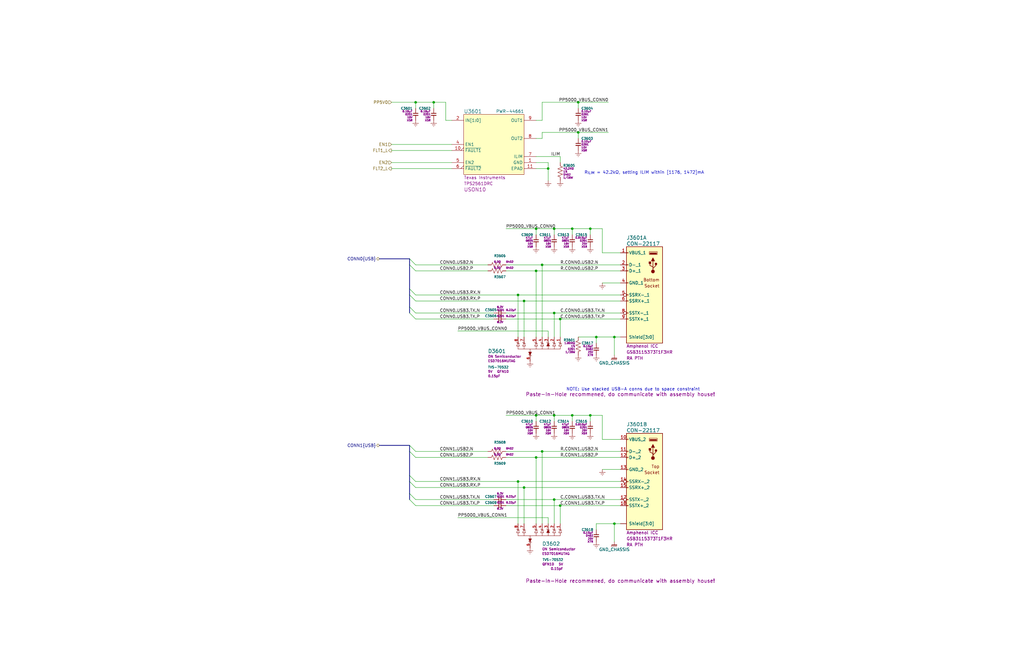
<source format=kicad_sch>
(kicad_sch (version 20231120) (generator "eeschema") (generator_version "8.0")
  (paper "B")
  (title_block (title "${PROJ}") (rev "${REV}") (company "${RPN}") (comment 1 "USB Connectors"))
  (lib_symbols
    (symbol "Capacitors, ceramic, Murata:CCM-510AC" (pin_numbers hide) (pin_names (offset 0) hide)
      (property "Reference" "C" (at 1.27 2.54 0))
      (property "val" "0.010µF" (at 1.27 1.27 0))
      (property "pkg" "0201" (at 1.27 0 0))
      (property "volt" "25V" (at 1.27 -1.27 0))
      (property "type" "X5R" (at 1.27 -2.54 0))
      (symbol "CCM-510AC_1_1"
        (pin passive line (at 0 2.54 270) (length 2.032) (name "~") (number "1"))
        (pin passive line (at 0 -2.54 90) (length 2.032) (name "~") (number "2"))
      )
    )
    (symbol "Capacitors, ceramic, Murata:CCM-610AA" (pin_numbers hide) (pin_names (offset 0) hide)
      (property "Reference" "C" (at 1.27 2.54 0))
      (property "val" "0.10µF" (at 1.27 1.27 0))
      (property "pkg" "0201" (at 1.27 0 0))
      (property "volt" "10V" (at 1.27 -1.27 0))
      (property "type" "X5R" (at 1.27 -2.54 0))
      (symbol "CCM-610AA_1_1"
        (pin passive line (at 0 2.54 270) (length 2.032) (name "~") (number "1"))
        (pin passive line (at 0 -2.54 90) (length 2.032) (name "~") (number "2"))
      )
    )
    (symbol "Capacitors, ceramic, Murata:CCM-610BA" (pin_numbers hide) (pin_names (offset 0) hide)
      (property "Reference" "C" (at 1.27 2.54 0))
      (property "val" "0.10µF" (at 1.27 1.27 0))
      (property "pkg" "0402" (at 1.27 0 0))
      (property "volt" "25V" (at 1.27 -1.27 0))
      (property "type" "X7R" (at 1.27 -2.54 0))
      (symbol "CCM-610BA_1_1"
        (pin passive line (at 0 2.54 270) (length 2.032) (name "~") (number "1"))
        (pin passive line (at 0 -2.54 90) (length 2.032) (name "~") (number "2"))
      )
    )
    (symbol "Capacitors, ceramic, Murata:CCM-622AA" (pin_numbers hide) (pin_names (offset 0) hide)
      (property "Reference" "C" (at 1.27 2.54 0))
      (property "val" "0.22µF" (at 1.27 1.27 0))
      (property "pkg" "0201" (at 1.27 0 0))
      (property "volt" "6.3V" (at 1.27 -1.27 0))
      (property "type" "X5R" (at 1.27 -2.54 0))
      (symbol "CCM-622AA_1_1"
        (pin passive line (at 0 2.54 270) (length 2.032) (name "~") (number "1"))
        (pin passive line (at 0 -2.54 90) (length 2.032) (name "~") (number "2"))
      )
    )
    (symbol "Capacitors, ceramic, Murata:CCM-847DB" (pin_numbers hide) (pin_names (offset 0) hide)
      (property "Reference" "C" (at 1.27 2.54 0))
      (property "val" "47µF" (at 1.27 1.27 0))
      (property "pkg" "0805" (at 1.27 0 0))
      (property "volt" "10V" (at 1.27 -1.27 0))
      (property "type" "X5R" (at 1.27 -2.54 0))
      (symbol "CCM-847DB_1_1"
        (pin passive line (at 0 2.54 270) (length 2.032) (name "~") (number "1"))
        (pin passive line (at 0 -2.54 90) (length 2.032) (name "~") (number "2"))
      )
    )
    (symbol "Connectors:CON-22117" (pin_names (offset 1.016))
      (property "Reference" "J" (at -17.78 24.13 0))
      (property "Value" "CON-22117" (at -17.78 21.59 0))
      (property "pkg" "RA PTH" (at -17.78 -26.67 0))
      (property "mfr" "Amphenol ICC" (at -17.78 -21.59 0))
      (property "mpn" "GSB3115373T1F3HR" (at -17.78 -24.13 0))
      (property "NOTE" "Paste-In-Hole recommened, do communicate with assembly house!" (at 0 -41.91 0))
      (symbol "CON-22117_1_0"
        (pin output inverted (at 0 0 180) (length 2.54) (name "SSRX-_1") (number "5"))
        (pin output line (at 0 -2.54 180) (length 2.54) (name "SSRX+_1") (number "6"))
        (pin passive line (at 0 5.08 180) (length 2.54) hide (name "GND_1") (number "7"))
        (pin input inverted (at 0 -7.62 180) (length 2.54) (name "SSTX-_1") (number "8"))
        (pin input line (at 0 -10.16 180) (length 2.54) (name "SSTX+_1") (number "9"))
      )
      (symbol "CON-22117_1_1"
        (text "Bottom" (at -16.51 6.35 0) (effects (font (size 1.27 1.27)) (justify left)))
        (text "Socket" (at -16.51 3.81 0) (effects (font (size 1.27 1.27)) (justify left)))
        (pin power_in line (at 0 17.78 180) (length 2.54) (name "VBUS_1") (number "1"))
        (pin power_in line (at 0 -17.78 180) (length 2.54) (name "Shield[3:0]") (number "19"))
        (pin bidirectional line (at 0 12.7 180) (length 2.54) (name "D-_1") (number "2"))
        (pin passive line (at 0 -17.78 180) (length 2.54) hide (name "Shield[3:0]") (number "20"))
        (pin bidirectional line (at 0 10.16 180) (length 2.54) (name "D+_1") (number "3"))
        (pin power_in line (at 0 5.08 180) (length 2.54) (name "GND_1") (number "4"))
      )
      (symbol "CON-22117_2_0"
        (pin output inverted (at 0 0 180) (length 2.54) (name "SSRX-_2") (number "14"))
        (pin output line (at 0 -2.54 180) (length 2.54) (name "SSRX+_2") (number "15"))
        (pin passive line (at 0 5.08 180) (length 2.54) hide (name "GND_2") (number "16"))
        (pin input inverted (at 0 -7.62 180) (length 2.54) (name "SSTX-_2") (number "17"))
        (pin input line (at 0 -10.16 180) (length 2.54) (name "SSTX+_2") (number "18"))
      )
      (symbol "CON-22117_2_1"
        (text "Socket" (at -16.51 3.81 0) (effects (font (size 1.27 1.27)) (justify left)))
        (text "Top" (at -16.51 6.35 0) (effects (font (size 1.27 1.27)) (justify left)))
        (pin power_in line (at 0 17.78 180) (length 2.54) (name "VBUS_2") (number "10"))
        (pin bidirectional line (at 0 12.7 180) (length 2.54) (name "D-_2") (number "11"))
        (pin bidirectional line (at 0 10.16 180) (length 2.54) (name "D+_2") (number "12"))
        (pin power_in line (at 0 5.08 180) (length 2.54) (name "GND_2") (number "13"))
        (pin power_in line (at 0 -17.78 180) (length 2.54) (name "Shield[3:0]") (number "21"))
        (pin passive line (at 0 -17.78 180) (length 2.54) hide (name "Shield[3:0]") (number "22"))
      )
    )
    (symbol "PMICs:PWR-44661"
      (property "Reference" "U" (at -12.7 13.97 0))
      (property "Value" "PWR-44661" (at 12.7 13.97 0))
      (property "mfr" "Texas Instruments" (at -12.7 -13.97 0))
      (property "mpn" "TPS2561DRC" (at -12.7 -16.51 0))
      (property "pkg" "USON10" (at -12.7 -19.05 0))
      (symbol "PWR-44661_1_1"
        (pin power_in line (at 17.78 -7.62 180) (length 5.08) (name "GND") (number "1"))
        (pin open_collector output_low (at -17.78 -2.54 0) (length 5.08) (name "~{FAULT1}") (number "10"))
        (pin power_in line (at 17.78 -10.16 180) (length 5.08) (name "EPAD") (number "11"))
        (pin power_in line (at -17.78 10.16 0) (length 5.08) (name "IN[1:0]") (number "2"))
        (pin passive line (at -17.78 10.16 0) (length 5.08) hide (name "IN[1:0]") (number "3"))
        (pin input line (at -17.78 0 0) (length 5.08) (name "EN1") (number "4"))
        (pin input line (at -17.78 -7.62 0) (length 5.08) (name "EN2") (number "5"))
        (pin open_collector output_low (at -17.78 -10.16 0) (length 5.08) (name "~{FAULT2}") (number "6"))
        (pin output line (at 17.78 -5.08 180) (length 5.08) (name "ILIM") (number "7"))
        (pin power_out line (at 17.78 2.54 180) (length 5.08) (name "OUT2") (number "8"))
        (pin power_out line (at 17.78 10.16 180) (length 5.08) (name "OUT1") (number "9"))
      )
    )
    (symbol "Power:GND" (power) (pin_names (offset 0)) (in_bom no) (on_board no)
      (symbol "GND_1_1"
        (pin power_in line (at 0 0 270) (length 0) hide (name "GND") (number "1"))
      )
    )
    (symbol "Power:GND_CHASSIS" (power) (pin_names (offset 0)) (in_bom no) (on_board no)
      (property "Value" "GND_CHASSIS" (at 0 -3.302 0))
      (symbol "GND_CHASSIS_1_1"
        (pin power_in line (at 0 0 270) (length 0) hide (name "GND_CHASSIS") (number "1"))
      )
    )
    (symbol "Resistors:RES-0000B" (pin_numbers hide) (pin_names (offset 0) hide)
      (property "Reference" "R" (at 1.27 2.54 0))
      (property "val" "0.0Ω" (at 1.27 1.27 0))
      (property "tol" "<20mΩ" (at 1.27 0 0))
      (property "pkg" "0402" (at 1.27 -1.27 0))
      (property "pwr" "1.5A" (at 1.27 -2.54 0))
      (symbol "RES-0000B_1_1"
        (pin passive line (at 0 3.81 270) (length 1.27) (name "~") (number "1"))
        (pin passive line (at 0 -3.81 90) (length 1.27) (name "~") (number "2"))
      )
    )
    (symbol "Resistors:RES-5422B" (pin_numbers hide) (pin_names (offset 0) hide)
      (property "Reference" "R" (at 1.27 2.54 0))
      (property "val" "42.2KΩ" (at 1.27 1.27 0))
      (property "tol" "1%" (at 1.27 0 0))
      (property "pkg" "0402" (at 1.27 -1.27 0))
      (property "pwr" "1/16W" (at 1.27 -2.54 0))
      (symbol "RES-5422B_1_1"
        (pin passive line (at 0 3.81 270) (length 1.27) (name "~") (number "1"))
        (pin passive line (at 0 -3.81 90) (length 1.27) (name "~") (number "2"))
      )
    )
    (symbol "Resistors:RES-7100A" (pin_numbers hide) (pin_names (offset 0) hide)
      (property "Reference" "R" (at 1.27 2.54 0))
      (property "val" "1.00MΩ" (at 1.27 1.27 0))
      (property "tol" "1%" (at 1.27 0 0))
      (property "pkg" "0201" (at 1.27 -1.27 0))
      (property "pwr" "1/20W" (at 1.27 -2.54 0))
      (symbol "RES-7100A_1_1"
        (pin passive line (at 0 3.81 270) (length 1.27) (name "~") (number "1"))
        (pin passive line (at 0 -3.81 90) (length 1.27) (name "~") (number "2"))
      )
    )
    (symbol "TVS and ESD:TVS-70532" (pin_names (offset 1.016) hide)
      (property "Reference" "D" (at 1.905 0 0))
      (property "Value" "TVS-70532" (at 7.62 -6.35 0))
      (property "mfr" "ON Semiconductor" (at 7.62 -1.905 0))
      (property "mpn" "ESD7016MUTAG" (at 7.62 -3.81 0))
      (property "pkg" "QFN10" (at 11.43 -7.62 0))
      (property "Cd" "0.15pF" (at 7.62 -9.525 0))
      (property "Vrwm" "5V" (at 7.62 -7.62 0))
      (symbol "TVS-70532_0_0"
        (pin passive line (at -8.89 5.08 270) (length 2.54) (name "1") (number "1"))
        (pin passive line (at -6.35 5.08 270) (length 2.54) (name "2") (number "2"))
        (pin passive line (at -1.27 5.08 270) (length 2.54) (name "4") (number "4"))
        (pin passive line (at 1.27 5.08 270) (length 2.54) (name "5") (number "5"))
        (pin power_in line (at 3.81 -5.08 90) (length 2.54) (name "6") (number "6"))
        (pin passive line (at 6.35 5.08 270) (length 2.54) (name "7") (number "7"))
        (pin passive line (at 8.89 5.08 270) (length 2.54) (name "8") (number "8"))
      )
      (symbol "TVS-70532_0_1"
        (pin power_in line (at -3.81 5.08 270) (length 2.54) (name "3") (number "3"))
      )
      (symbol "TVS-70532_0_2"
        (pin power_in line (at -3.81 -5.08 90) (length 2.54) (name "3") (number "3"))
      )
      (symbol "TVS-70532_1_0"
        (pin no_connect line (at -1.26 0.02 270) (length 2.54) hide (name "10") (number "10"))
        (pin no_connect line (at -1.26 0.01 270) (length 2.54) hide (name "9") (number "9"))
      )
    )
  )
  (junction (at 236.22 134.62))
  (junction (at 243.84 55.88))
  (junction (at 236.22 213.36))
  (junction (at 233.68 175.26))
  (junction (at 226.06 175.26))
  (junction (at 243.84 43.18))
  (junction (at 233.68 96.52))
  (junction (at 233.68 210.82))
  (junction (at 226.06 114.3))
  (junction (at 226.06 193.04))
  (junction (at 259.08 142.24))
  (junction (at 220.98 127))
  (junction (at 220.98 205.74))
  (junction (at 251.46 142.24))
  (junction (at 248.92 175.26))
  (junction (at 231.14 71.12))
  (junction (at 218.44 203.2))
  (junction (at 182.88 43.18))
  (junction (at 226.06 96.52))
  (junction (at 175.26 43.18))
  (junction (at 228.6 111.76))
  (junction (at 241.3 96.52))
  (junction (at 248.92 96.52))
  (junction (at 233.68 132.08))
  (junction (at 228.6 190.5))
  (junction (at 259.08 220.98))
  (junction (at 218.44 124.46))
  (junction (at 241.3 175.26))
  (bus_entry (at 175.26 111.76) (size -2.54 -2.54))
  (bus_entry (at 175.26 193.04) (size -2.54 -2.54))
  (bus_entry (at 175.26 210.82) (size -2.54 -2.54))
  (bus_entry (at 175.26 127) (size -2.54 -2.54))
  (bus_entry (at 175.26 124.46) (size -2.54 -2.54))
  (bus_entry (at 175.26 205.74) (size -2.54 -2.54))
  (bus_entry (at 175.26 190.5) (size -2.54 -2.54))
  (bus_entry (at 175.26 213.36) (size -2.54 -2.54))
  (bus_entry (at 175.26 203.2) (size -2.54 -2.54))
  (bus_entry (at 175.26 132.08) (size -2.54 -2.54))
  (bus_entry (at 175.26 114.3) (size -2.54 -2.54))
  (bus_entry (at 175.26 134.62) (size -2.54 -2.54))
  (wire (pts (xy 228.6 111.76) (xy 261.62 111.76)))
  (wire (pts (xy 175.26 134.62) (xy 208.28 134.62)))
  (wire (pts (xy 220.98 127) (xy 261.62 127)))
  (wire (pts (xy 226.06 114.3) (xy 261.62 114.3)))
  (wire (pts (xy 226.06 96.52) (xy 226.06 99.06)))
  (wire (pts (xy 175.26 124.46) (xy 218.44 124.46)))
  (wire (pts (xy 248.92 96.52) (xy 248.92 99.06)))
  (wire (pts (xy 254 96.52) (xy 254 106.68)))
  (wire (pts (xy 175.26 190.5) (xy 205.74 190.5)))
  (wire (pts (xy 236.22 134.62) (xy 261.62 134.62)))
  (wire (pts (xy 228.6 190.5) (xy 228.6 220.98)))
  (wire (pts (xy 261.62 198.12) (xy 254 198.12)))
  (wire (pts (xy 259.08 142.24) (xy 259.08 149.86)))
  (bus (pts (xy 172.72 109.22) (xy 160.02 109.22)))
  (wire (pts (xy 218.44 124.46) (xy 218.44 142.24)))
  (wire (pts (xy 175.26 205.74) (xy 220.98 205.74)))
  (wire (pts (xy 190.5 50.8) (xy 187.96 50.8)))
  (wire (pts (xy 226.06 114.3) (xy 226.06 142.24)))
  (bus (pts (xy 172.72 121.92) (xy 172.72 124.46)))
  (wire (pts (xy 241.3 175.26) (xy 241.3 177.8)))
  (wire (pts (xy 233.68 175.26) (xy 226.06 175.26)))
  (wire (pts (xy 213.36 190.5) (xy 228.6 190.5)))
  (wire (pts (xy 193.04 139.7) (xy 231.14 139.7)))
  (wire (pts (xy 254 96.52) (xy 248.92 96.52)))
  (wire (pts (xy 236.22 134.62) (xy 236.22 142.24)))
  (wire (pts (xy 175.26 210.82) (xy 208.28 210.82)))
  (wire (pts (xy 243.84 55.88) (xy 243.84 58.42)))
  (wire (pts (xy 165.1 63.5) (xy 190.5 63.5)))
  (wire (pts (xy 182.88 43.18) (xy 175.26 43.18)))
  (wire (pts (xy 182.88 43.18) (xy 182.88 45.72)))
  (wire (pts (xy 259.08 220.98) (xy 261.62 220.98)))
  (wire (pts (xy 233.68 132.08) (xy 261.62 132.08)))
  (wire (pts (xy 241.3 96.52) (xy 241.3 99.06)))
  (wire (pts (xy 213.36 193.04) (xy 226.06 193.04)))
  (wire (pts (xy 231.14 71.12) (xy 231.14 76.2)))
  (wire (pts (xy 233.68 96.52) (xy 226.06 96.52)))
  (wire (pts (xy 251.46 142.24) (xy 259.08 142.24)))
  (wire (pts (xy 175.26 111.76) (xy 205.74 111.76)))
  (wire (pts (xy 233.68 210.82) (xy 233.68 220.98)))
  (wire (pts (xy 213.36 134.62) (xy 236.22 134.62)))
  (wire (pts (xy 220.98 205.74) (xy 220.98 220.98)))
  (wire (pts (xy 248.92 175.26) (xy 248.92 177.8)))
  (bus (pts (xy 172.72 129.54) (xy 172.72 132.08)))
  (wire (pts (xy 243.84 55.88) (xy 228.6 55.88)))
  (bus (pts (xy 172.72 187.96) (xy 172.72 190.5)))
  (bus (pts (xy 172.72 200.66) (xy 172.72 203.2)))
  (wire (pts (xy 243.84 43.18) (xy 243.84 45.72)))
  (wire (pts (xy 175.26 114.3) (xy 205.74 114.3)))
  (wire (pts (xy 220.98 127) (xy 220.98 142.24)))
  (wire (pts (xy 165.1 71.12) (xy 190.5 71.12)))
  (wire (pts (xy 254 175.26) (xy 248.92 175.26)))
  (wire (pts (xy 193.04 218.44) (xy 231.14 218.44)))
  (wire (pts (xy 226.06 175.26) (xy 213.36 175.26)))
  (wire (pts (xy 213.36 132.08) (xy 233.68 132.08)))
  (wire (pts (xy 233.68 175.26) (xy 233.68 177.8)))
  (wire (pts (xy 165.1 60.96) (xy 190.5 60.96)))
  (wire (pts (xy 218.44 203.2) (xy 218.44 220.98)))
  (wire (pts (xy 259.08 220.98) (xy 259.08 228.6)))
  (wire (pts (xy 175.26 43.18) (xy 175.26 45.72)))
  (wire (pts (xy 261.62 185.42) (xy 254 185.42)))
  (wire (pts (xy 231.14 68.58) (xy 226.06 68.58)))
  (bus (pts (xy 172.72 208.28) (xy 172.72 210.82)))
  (wire (pts (xy 251.46 220.98) (xy 259.08 220.98)))
  (wire (pts (xy 213.36 213.36) (xy 236.22 213.36)))
  (wire (pts (xy 175.26 193.04) (xy 205.74 193.04)))
  (wire (pts (xy 187.96 43.18) (xy 182.88 43.18)))
  (wire (pts (xy 220.98 205.74) (xy 261.62 205.74)))
  (wire (pts (xy 175.26 203.2) (xy 218.44 203.2)))
  (wire (pts (xy 243.84 43.18) (xy 228.6 43.18)))
  (wire (pts (xy 187.96 43.18) (xy 187.96 50.8)))
  (wire (pts (xy 261.62 106.68) (xy 254 106.68)))
  (wire (pts (xy 228.6 50.8) (xy 226.06 50.8)))
  (wire (pts (xy 251.46 142.24) (xy 251.46 144.78)))
  (wire (pts (xy 236.22 66.04) (xy 226.06 66.04)))
  (wire (pts (xy 228.6 111.76) (xy 228.6 142.24)))
  (bus (pts (xy 172.72 187.96) (xy 160.02 187.96)))
  (wire (pts (xy 261.62 119.38) (xy 254 119.38)))
  (wire (pts (xy 213.36 111.76) (xy 228.6 111.76)))
  (bus (pts (xy 172.72 190.5) (xy 172.72 200.66)))
  (wire (pts (xy 226.06 193.04) (xy 261.62 193.04)))
  (bus (pts (xy 172.72 109.22) (xy 172.72 111.76)))
  (wire (pts (xy 175.26 132.08) (xy 208.28 132.08)))
  (wire (pts (xy 165.1 68.58) (xy 190.5 68.58)))
  (wire (pts (xy 241.3 96.52) (xy 233.68 96.52)))
  (wire (pts (xy 175.26 43.18) (xy 165.1 43.18)))
  (wire (pts (xy 231.14 68.58) (xy 231.14 71.12)))
  (wire (pts (xy 236.22 66.04) (xy 236.22 68.58)))
  (wire (pts (xy 213.36 210.82) (xy 233.68 210.82)))
  (wire (pts (xy 254 175.26) (xy 254 185.42)))
  (wire (pts (xy 233.68 96.52) (xy 233.68 99.06)))
  (wire (pts (xy 226.06 175.26) (xy 226.06 177.8)))
  (wire (pts (xy 236.22 213.36) (xy 261.62 213.36)))
  (bus (pts (xy 172.72 203.2) (xy 172.72 208.28)))
  (wire (pts (xy 175.26 127) (xy 220.98 127)))
  (wire (pts (xy 236.22 213.36) (xy 236.22 220.98)))
  (wire (pts (xy 231.14 71.12) (xy 226.06 71.12)))
  (wire (pts (xy 256.54 43.18) (xy 243.84 43.18)))
  (wire (pts (xy 228.6 43.18) (xy 228.6 50.8)))
  (wire (pts (xy 228.6 58.42) (xy 226.06 58.42)))
  (wire (pts (xy 231.14 218.44) (xy 231.14 220.98)))
  (wire (pts (xy 233.68 210.82) (xy 261.62 210.82)))
  (wire (pts (xy 241.3 175.26) (xy 233.68 175.26)))
  (wire (pts (xy 175.26 213.36) (xy 208.28 213.36)))
  (wire (pts (xy 233.68 132.08) (xy 233.68 142.24)))
  (wire (pts (xy 228.6 55.88) (xy 228.6 58.42)))
  (wire (pts (xy 231.14 139.7) (xy 231.14 142.24)))
  (bus (pts (xy 172.72 111.76) (xy 172.72 121.92)))
  (wire (pts (xy 228.6 190.5) (xy 261.62 190.5)))
  (wire (pts (xy 226.06 193.04) (xy 226.06 220.98)))
  (wire (pts (xy 243.84 142.24) (xy 251.46 142.24)))
  (bus (pts (xy 172.72 124.46) (xy 172.72 129.54)))
  (wire (pts (xy 213.36 114.3) (xy 226.06 114.3)))
  (wire (pts (xy 218.44 203.2) (xy 261.62 203.2)))
  (wire (pts (xy 218.44 124.46) (xy 261.62 124.46)))
  (wire (pts (xy 259.08 142.24) (xy 261.62 142.24)))
  (wire (pts (xy 248.92 96.52) (xy 241.3 96.52)))
  (wire (pts (xy 226.06 96.52) (xy 213.36 96.52)))
  (wire (pts (xy 251.46 220.98) (xy 251.46 223.52)))
  (wire (pts (xy 256.54 55.88) (xy 243.84 55.88)))
  (wire (pts (xy 248.92 175.26) (xy 241.3 175.26)))
  (text "NOTE: Use stacked USB-A conns due to space constraint" (at 238.76 165.1 0) (effects (font (size 1.27 1.27)) (justify left bottom)))
  (text "R_{ILIM} = 42.2kΩ, setting ILIM within [1176, 1472]mA" (at 246.38 73.66 0) (effects (font (size 1.27 1.27)) (justify left bottom)))
  (label "PP5000_VBUS_CONN0" (at 193.04 139.7 0))
  (label "C.CONN1.USB3.TX.N" (at 236.22 210.82 0))
  (label "CONN0.USB2.P" (at 185.42 114.3 0))
  (label "PP5000_VBUS_CONN1" (at 193.04 218.44 0))
  (label "PP5000_VBUS_CONN0" (at 213.36 96.52 0))
  (label "CONN1.USB3.RX.N" (at 185.42 203.2 0))
  (label "R.CONN1.USB2.N" (at 236.22 190.5 0))
  (label "ILIM" (at 236.22 66.04 180))
  (label "CONN1.USB3.TX.P" (at 185.42 213.36 0))
  (label "R.CONN0.USB2.P" (at 236.22 114.3 0))
  (label "CONN0.USB2.N" (at 185.42 111.76 0))
  (label "C.CONN0.USB3.TX.N" (at 236.22 132.08 0))
  (label "CONN1.USB2.P" (at 185.42 193.04 0))
  (label "CONN0.USB3.TX.N" (at 185.42 132.08 0))
  (label "CONN1.USB3.TX.N" (at 185.42 210.82 0))
  (label "CONN0.USB3.RX.N" (at 185.42 124.46 0))
  (label "C.CONN0.USB3.TX.P" (at 236.22 134.62 0))
  (label "PP5000_VBUS_CONN0" (at 256.54 43.18 180))
  (label "PP5000_VBUS_CONN1" (at 213.36 175.26 0))
  (label "C.CONN1.USB3.TX.P" (at 236.22 213.36 0))
  (label "R.CONN0.USB2.N" (at 236.22 111.76 0))
  (label "CONN0.USB3.RX.P" (at 185.42 127 0))
  (label "CONN1.USB2.N" (at 185.42 190.5 0))
  (label "PP5000_VBUS_CONN1" (at 256.54 55.88 180))
  (label "CONN1.USB3.RX.P" (at 185.42 205.74 0))
  (label "R.CONN1.USB2.P" (at 236.22 193.04 0))
  (label "CONN0.USB3.TX.P" (at 185.42 134.62 0))
  (hierarchical_label "CONN0{USB}" (shape bidirectional) (at 160.02 109.22 180))
  (hierarchical_label "EN1" (shape input) (at 165.1 60.96 180))
  (hierarchical_label "CONN1{USB}" (shape bidirectional) (at 160.02 187.96 180))
  (hierarchical_label "FLT1_L" (shape output) (at 165.1 63.5 180))
  (hierarchical_label "FLT2_L" (shape output) (at 165.1 71.12 180))
  (hierarchical_label "PP5V0" (shape input) (at 165.1 43.18 180))
  (hierarchical_label "EN2" (shape input) (at 165.1 68.58 180))
  (symbol (lib_id "Power:GND_CHASSIS") (at 259.08 228.6 0) (unit 1) (in_bom no) (on_board no)
    (property "Reference" "#PWR03624" (effects (hide yes)))
    (property "Value" "GND_CHASSIS" (at 259.08 231.902 0))
    (property "Description" "Power symbol creates a global label with name \"GND_CHASSIS\" , chassis ground" (effects (hide yes)))
  )
  (symbol (lib_id "Power:GND") (at 254 198.12 0) (mirror y) (unit 1) (in_bom no) (on_board no)
    (property "Reference" "#PWR03618" (effects (hide yes)))
    (property "Value" "GND" (effects (hide yes)))
    (property "Description" "Power symbol creates a global label with name \"GND\"" (effects (hide yes)))
  )
  (symbol (lib_id "Capacitors, ceramic, Murata:CCM-622AA") (at 210.82 134.62 90) (unit 1)
    (property "Reference" "C3606" (at 204.47 133.35 90) (effects (font (size 1 1)) (justify right)))
    (property "Value" "CCM-622AA" (effects (hide yes)))
    (property "Description" "CAP, ceramic, 0.22µF, 0201, 6.3V, ±20%, X5R, 0.33 mm" (effects (hide yes)))
    (property "val" "0.22µF" (at 213.36 133.35 90) (effects (font (size 0.8 0.8)) (justify right)))
    (property "pkg" "0201" (at 209.55 133.35 90) (effects (font (size 0.8 0.8)) (justify right)))
    (property "mfr" "Murata" (effects (hide yes)))
    (property "Sim.Pins" "1=+ 2=-" (effects (hide yes)))
    (property "volt" "6.3V" (at 209.55 135.89 90) (effects (font (size 0.8 0.8)) (justify right)))
    (property "Sim.Device" "C" (effects (hide yes)))
    (property "type" "X5R" (effects (hide yes)))
    (property "Sim.Params" "c=${val}" (effects (hide yes)))
    (property "tol" "±20%" (effects (hide yes)))
    (property "height" "0.33mm" (effects (hide yes)))
    (property "mpn" "GRM033R60J224ME15" (effects (hide yes)))
  )
  (symbol (lib_id "Capacitors, ceramic, Murata:CCM-847DB") (at 233.68 101.6 0) (mirror y) (unit 1)
    (property "Reference" "C3611" (at 232.41 99.06 0) (effects (font (size 1 1)) (justify left)))
    (property "Value" "CCM-847DB" (effects (hide yes)))
    (property "Description" "CAP, ceramic, 47µF, 0805, 10V, ±20%, X5R, 1.45 mm" (effects (hide yes)))
    (property "val" "47µF" (at 232.41 100.33 0) (effects (font (size 0.8 0.8)) (justify left)))
    (property "pkg" "0805" (at 232.41 101.6 0) (effects (font (size 0.8 0.8)) (justify left)))
    (property "mfr" "Murata" (effects (hide yes)))
    (property "volt" "10V" (at 232.41 102.87 0) (effects (font (size 0.8 0.8)) (justify left)))
    (property "Sim.Pins" "1=+ 2=-" (effects (hide yes)))
    (property "Sim.Device" "C" (effects (hide yes)))
    (property "type" "X5R" (at 232.41 104.14 0) (effects (font (size 0.8 0.8)) (justify left)))
    (property "Sim.Params" "c=${val}" (effects (hide yes)))
    (property "tol" "±20%" (effects (hide yes)))
    (property "height" "1.45mm" (effects (hide yes)))
    (property "mpn" "GRM21BR61A476ME15" (effects (hide yes)))
  )
  (symbol (lib_id "Connectors:CON-22117") (at 261.62 203.2 0) (mirror y) (unit 2)
    (property "Reference" "J3601" (at 264.16 179.07 0) (effects (font (size 1.524 1.524)) (justify right)))
    (property "Value" "CON-22117" (at 264.16 181.61 0) (effects (font (size 1.524 1.524)) (justify right)))
    (property "Datasheet" "https://cdn.amphenol-cs.com/media/wysiwyg/files/drawing/gsb3115xxxt1f3hr.pdf" (effects (hide yes)))
    (property "Description" "CON, Stacked USB Type-A receptacles, 2-port, USB3.0, RA PTH" (effects (hide yes)))
    (property "height" "11.62mm" (effects (hide yes)))
    (property "pkg" "RA PTH" (at 264.16 229.87 0) (effects (justify right)))
    (property "mfr" "Amphenol ICC" (at 264.16 224.79 0) (effects (justify right)))
    (property "mpn" "GSB3115373T1F3HR" (at 264.16 227.33 0) (effects (justify right)))
    (property "Datasheet2" "https://www.amphenol-cs.com/usb-3-2-conn-gen1-type-a-b-micro-gsb3115373t1f3hr.html" (effects (hide yes)))
    (property "min_pin_length" "2.80mm" (effects (hide yes)))
    (property "NOTE" "Paste-In-Hole recommened, do communicate with assembly house!" (at 261.62 245.11 0) (effects (font (size 1.524 1.524))))
  )
  (symbol (lib_id "Capacitors, ceramic, Murata:CCM-847DB") (at 226.06 101.6 0) (mirror y) (unit 1)
    (property "Reference" "C3609" (at 224.79 99.06 0) (effects (font (size 1 1)) (justify left)))
    (property "Value" "CCM-847DB" (effects (hide yes)))
    (property "Description" "CAP, ceramic, 47µF, 0805, 10V, ±20%, X5R, 1.45 mm" (effects (hide yes)))
    (property "val" "47µF" (at 224.79 100.33 0) (effects (font (size 0.8 0.8)) (justify left)))
    (property "pkg" "0805" (at 224.79 101.6 0) (effects (font (size 0.8 0.8)) (justify left)))
    (property "mfr" "Murata" (effects (hide yes)))
    (property "volt" "10V" (at 224.79 102.87 0) (effects (font (size 0.8 0.8)) (justify left)))
    (property "Sim.Pins" "1=+ 2=-" (effects (hide yes)))
    (property "Sim.Device" "C" (effects (hide yes)))
    (property "type" "X5R" (at 224.79 104.14 0) (effects (font (size 0.8 0.8)) (justify left)))
    (property "Sim.Params" "c=${val}" (effects (hide yes)))
    (property "tol" "±20%" (effects (hide yes)))
    (property "height" "1.45mm" (effects (hide yes)))
    (property "mpn" "GRM21BR61A476ME15" (effects (hide yes)))
  )
  (symbol (lib_id "Resistors:RES-5422B") (at 236.22 72.39 0) (unit 1)
    (property "Reference" "R3605" (at 237.49 69.85 0) (effects (font (size 1 1)) (justify left)))
    (property "Value" "RES-5422B" (effects (hide yes)))
    (property "Description" "RES, 42.2KΩ, 1%, 0402, 1/16W, <100V, 0.40mm" (effects (hide yes)))
    (property "val" "42.2KΩ" (at 237.49 71.12 0) (effects (font (size 0.8 0.8)) (justify left)))
    (property "tol" "1%" (at 237.49 72.39 0) (effects (font (size 0.8 0.8)) (justify left)))
    (property "pkg" "0402" (at 237.49 73.66 0) (effects (font (size 0.8 0.8)) (justify left)))
    (property "pwr" "1/16W" (at 237.49 74.93 0) (effects (font (size 0.8 0.8)) (justify left)))
    (property "height" "0.40mm" (effects (hide yes)))
    (property "Sim.Device" "R" (effects (hide yes)))
    (property "Sim.Pins" "1=+ 2=-" (effects (hide yes)))
    (property "Sim.Params" "r=\"${val}\"" (effects (hide yes)))
  )
  (symbol (lib_id "Capacitors, ceramic, Murata:CCM-610AA") (at 182.88 48.26 0) (mirror y) (unit 1)
    (property "Reference" "C3602" (at 181.61 45.72 0) (effects (font (size 1 1)) (justify left)))
    (property "Value" "CCM-610AA" (effects (hide yes)))
    (property "Description" "CAP, ceramic, 0.10µF, 0201, 10V, ±20%, X5R, 0.33 mm" (effects (hide yes)))
    (property "val" "0.10µF" (at 181.61 46.99 0) (effects (font (size 0.8 0.8)) (justify left)))
    (property "pkg" "0201" (at 181.61 48.26 0) (effects (font (size 0.8 0.8)) (justify left)))
    (property "mfr" "Murata" (effects (hide yes)))
    (property "Sim.Pins" "1=+ 2=-" (effects (hide yes)))
    (property "volt" "10V" (at 181.61 49.53 0) (effects (font (size 0.8 0.8)) (justify left)))
    (property "Sim.Device" "C" (effects (hide yes)))
    (property "type" "X5R" (at 181.61 50.8 0) (effects (font (size 0.8 0.8)) (justify left)))
    (property "Sim.Params" "c=${val}" (effects (hide yes)))
    (property "tol" "±20%" (effects (hide yes)))
    (property "height" "0.33mm" (effects (hide yes)))
    (property "mpn" "GRM033R61A104ME15" (effects (hide yes)))
  )
  (symbol (lib_id "Resistors:RES-0000B") (at 209.55 111.76 90) (unit 1)
    (property "Reference" "R3606" (at 208.28 107.95 90) (effects (font (size 1 1)) (justify right)))
    (property "Value" "RES-0000B" (effects (hide yes)))
    (property "Description" "RES, 0.0Ω, <20mΩ, 0402, 1.5A, <2A, 0.40mm" (effects (hide yes)))
    (property "val" "0.0Ω" (at 208.28 110.49 90) (effects (font (size 0.8 0.8)) (justify right)))
    (property "tol" "<20mΩ" (effects (hide yes)))
    (property "Sim.Device" "R" (effects (hide yes)))
    (property "pkg" "0402" (at 213.36 110.49 90) (effects (font (size 0.8 0.8)) (justify right)))
    (property "Sim.Pins" "1=+ 2=-" (effects (hide yes)))
    (property "pwr" "1.5A" (effects (hide yes)))
    (property "Sim.Params" "r=\"${val}\"" (effects (hide yes)))
    (property "height" "0.40mm" (effects (hide yes)))
  )
  (symbol (lib_id "TVS and ESD:TVS-70532") (at 227.33 147.32 0) (mirror y) (unit 1)
    (property "Reference" "D3601" (at 205.74 147.32 0) (effects (font (size 1.524 1.524)) (justify right top)))
    (property "Value" "TVS-70532" (at 205.74 154.94 0) (effects (font (size 1 1)) (justify right)))
    (property "Datasheet" "https://www.onsemi.com/pdf/datasheet/esd7016-d.pdf" (effects (hide yes)))
    (property "Description" "TVS, unidir, 7 signal, 0.15pF, 5.5V, QFN10" (effects (hide yes)))
    (property "Sim.Library" "${RIVOS_SPICE_DIR}/ESD7016MUTAG.mod" (effects (hide yes)))
    (property "Sim.Pins" "1=1 2=2 3=3 4=4 5=5 6=6 7=7 8=8 9=nc1 10=nc2" (effects (hide yes)))
    (property "Sim.Name" "esd7016mutag" (effects (hide yes)))
    (property "height" "0.55mm" (effects (hide yes)))
    (property "mfr" "ON Semiconductor" (at 205.74 149.86 0) (effects (font (size 1 1)) (justify right top)))
    (property "mpn" "ESD7016MUTAG" (at 205.74 151.765 0) (effects (font (size 1 1)) (justify right top)))
    (property "pkg" "QFN10" (at 209.55 156.21 0) (effects (font (size 1 1)) (justify right top)))
    (property "func_esd" "[124578];;*" (effects (hide yes)))
    (property "Cd" "0.15pF" (at 205.74 158.115 0) (effects (font (size 1 1)) (justify right top)))
    (property "Vrwm" "5V" (at 205.74 156.21 0) (effects (font (size 1 1)) (justify right top)))
    (property "Vcl" "10V" (effects (hide yes)))
  )
  (symbol (lib_id "Resistors:RES-0000B") (at 209.55 190.5 90) (unit 1)
    (property "Reference" "R3608" (at 208.28 186.69 90) (effects (font (size 1 1)) (justify right)))
    (property "Value" "RES-0000B" (effects (hide yes)))
    (property "Description" "RES, 0.0Ω, <20mΩ, 0402, 1.5A, <2A, 0.40mm" (effects (hide yes)))
    (property "val" "0.0Ω" (at 208.28 189.23 90) (effects (font (size 0.8 0.8)) (justify right)))
    (property "tol" "<20mΩ" (effects (hide yes)))
    (property "Sim.Device" "R" (effects (hide yes)))
    (property "pkg" "0402" (at 213.36 189.23 90) (effects (font (size 0.8 0.8)) (justify right)))
    (property "Sim.Pins" "1=+ 2=-" (effects (hide yes)))
    (property "pwr" "1.5A" (effects (hide yes)))
    (property "Sim.Params" "r=\"${val}\"" (effects (hide yes)))
    (property "height" "0.40mm" (effects (hide yes)))
  )
  (symbol (lib_id "Capacitors, ceramic, Murata:CCM-847DB") (at 233.68 180.34 0) (mirror y) (unit 1)
    (property "Reference" "C3612" (at 232.41 177.8 0) (effects (font (size 1 1)) (justify left)))
    (property "Value" "CCM-847DB" (effects (hide yes)))
    (property "Description" "CAP, ceramic, 47µF, 0805, 10V, ±20%, X5R, 1.45 mm" (effects (hide yes)))
    (property "val" "47µF" (at 232.41 179.07 0) (effects (font (size 0.8 0.8)) (justify left)))
    (property "pkg" "0805" (at 232.41 180.34 0) (effects (font (size 0.8 0.8)) (justify left)))
    (property "mfr" "Murata" (effects (hide yes)))
    (property "volt" "10V" (at 232.41 181.61 0) (effects (font (size 0.8 0.8)) (justify left)))
    (property "Sim.Pins" "1=+ 2=-" (effects (hide yes)))
    (property "Sim.Device" "C" (effects (hide yes)))
    (property "type" "X5R" (at 232.41 182.88 0) (effects (font (size 0.8 0.8)) (justify left)))
    (property "Sim.Params" "c=${val}" (effects (hide yes)))
    (property "tol" "±20%" (effects (hide yes)))
    (property "height" "1.45mm" (effects (hide yes)))
    (property "mpn" "GRM21BR61A476ME15" (effects (hide yes)))
  )
  (symbol (lib_id "Capacitors, ceramic, Murata:CCM-610BA") (at 251.46 226.06 0) (mirror y) (unit 1)
    (property "Reference" "C3618" (at 250.19 223.52 0) (effects (font (size 1 1)) (justify left)))
    (property "Value" "CCM-610BA" (effects (hide yes)))
    (property "Description" "CAP, ceramic, 0.10µF, 0402, 25V, ±10%, X7R, 0.55 mm" (effects (hide yes)))
    (property "val" "0.10µF" (at 250.19 224.79 0) (effects (font (size 0.8 0.8)) (justify left)))
    (property "pkg" "0402" (at 250.19 226.06 0) (effects (font (size 0.8 0.8)) (justify left)))
    (property "mfr" "Murata" (effects (hide yes)))
    (property "Sim.Pins" "1=+ 2=-" (effects (hide yes)))
    (property "volt" "25V" (at 250.19 227.33 0) (effects (font (size 0.8 0.8)) (justify left)))
    (property "Sim.Device" "C" (effects (hide yes)))
    (property "type" "X7R" (at 250.19 228.6 0) (effects (font (size 0.8 0.8)) (justify left)))
    (property "Sim.Params" "c=${val}" (effects (hide yes)))
    (property "tol" "±10%" (effects (hide yes)))
    (property "height" "0.55mm" (effects (hide yes)))
    (property "mpn" "GRM155R71E104KE14" (effects (hide yes)))
  )
  (symbol (lib_id "Power:GND") (at 248.92 104.14 0) (mirror y) (unit 1) (in_bom no) (on_board no)
    (property "Reference" "#PWR03615" (effects (hide yes)))
    (property "Value" "GND" (effects (hide yes)))
    (property "Description" "Power symbol creates a global label with name \"GND\"" (effects (hide yes)))
  )
  (symbol (lib_id "Power:GND") (at 233.68 182.88 0) (mirror y) (unit 1) (in_bom no) (on_board no)
    (property "Reference" "#PWR03612" (effects (hide yes)))
    (property "Value" "GND" (effects (hide yes)))
    (property "Description" "Power symbol creates a global label with name \"GND\"" (effects (hide yes)))
  )
  (symbol (lib_id "Power:GND") (at 251.46 228.6 0) (unit 1) (in_bom no) (on_board no)
    (property "Reference" "#PWR03622" (effects (hide yes)))
    (property "Value" "GND" (effects (hide yes)))
    (property "Description" "Power symbol creates a global label with name \"GND\"" (effects (hide yes)))
  )
  (symbol (lib_id "Power:GND") (at 233.68 104.14 0) (mirror y) (unit 1) (in_bom no) (on_board no)
    (property "Reference" "#PWR03611" (effects (hide yes)))
    (property "Value" "GND" (effects (hide yes)))
    (property "Description" "Power symbol creates a global label with name \"GND\"" (effects (hide yes)))
  )
  (symbol (lib_id "Power:GND") (at 248.92 182.88 0) (mirror y) (unit 1) (in_bom no) (on_board no)
    (property "Reference" "#PWR03616" (effects (hide yes)))
    (property "Value" "GND" (effects (hide yes)))
    (property "Description" "Power symbol creates a global label with name \"GND\"" (effects (hide yes)))
  )
  (symbol (lib_id "Power:GND") (at 223.52 152.4 0) (unit 1) (in_bom no) (on_board no)
    (property "Reference" "#PWR03607" (effects (hide yes)))
    (property "Value" "GND" (effects (hide yes)))
    (property "Description" "Power symbol creates a global label with name \"GND\"" (effects (hide yes)))
  )
  (symbol (lib_id "Capacitors, ceramic, Murata:CCM-622AA") (at 210.82 132.08 90) (unit 1)
    (property "Reference" "C3605" (at 204.47 130.81 90) (effects (font (size 1 1)) (justify right)))
    (property "Value" "CCM-622AA" (effects (hide yes)))
    (property "Description" "CAP, ceramic, 0.22µF, 0201, 6.3V, ±20%, X5R, 0.33 mm" (effects (hide yes)))
    (property "val" "0.22µF" (at 213.36 130.81 90) (effects (font (size 0.8 0.8)) (justify right)))
    (property "pkg" "0201" (at 209.55 130.81 90) (effects (font (size 0.8 0.8)) (justify right)))
    (property "mfr" "Murata" (effects (hide yes)))
    (property "Sim.Pins" "1=+ 2=-" (effects (hide yes)))
    (property "volt" "6.3V" (at 209.55 129.54 90) (effects (font (size 0.8 0.8)) (justify right)))
    (property "Sim.Device" "C" (effects (hide yes)))
    (property "type" "X5R" (effects (hide yes)))
    (property "Sim.Params" "c=${val}" (effects (hide yes)))
    (property "tol" "±20%" (effects (hide yes)))
    (property "height" "0.33mm" (effects (hide yes)))
    (property "mpn" "GRM033R60J224ME15" (effects (hide yes)))
  )
  (symbol (lib_id "Capacitors, ceramic, Murata:CCM-622AA") (at 210.82 213.36 90) (unit 1)
    (property "Reference" "C3608" (at 204.47 212.09 90) (effects (font (size 1 1)) (justify right)))
    (property "Value" "CCM-622AA" (effects (hide yes)))
    (property "Description" "CAP, ceramic, 0.22µF, 0201, 6.3V, ±20%, X5R, 0.33 mm" (effects (hide yes)))
    (property "val" "0.22µF" (at 213.36 212.09 90) (effects (font (size 0.8 0.8)) (justify right)))
    (property "pkg" "0201" (at 209.55 212.09 90) (effects (font (size 0.8 0.8)) (justify right)))
    (property "mfr" "Murata" (effects (hide yes)))
    (property "Sim.Pins" "1=+ 2=-" (effects (hide yes)))
    (property "volt" "6.3V" (at 209.55 214.63 90) (effects (font (size 0.8 0.8)) (justify right)))
    (property "Sim.Device" "C" (effects (hide yes)))
    (property "type" "X5R" (effects (hide yes)))
    (property "Sim.Params" "c=${val}" (effects (hide yes)))
    (property "tol" "±20%" (effects (hide yes)))
    (property "height" "0.33mm" (effects (hide yes)))
    (property "mpn" "GRM033R60J224ME15" (effects (hide yes)))
  )
  (symbol (lib_id "Power:GND") (at 241.3 182.88 0) (mirror y) (unit 1) (in_bom no) (on_board no)
    (property "Reference" "#PWR03614" (effects (hide yes)))
    (property "Value" "GND" (effects (hide yes)))
    (property "Description" "Power symbol creates a global label with name \"GND\"" (effects (hide yes)))
  )
  (symbol (lib_id "PMICs:PWR-44661") (at 208.28 60.96 0) (unit 1)
    (property "Reference" "U3601" (at 195.58 46.99 0) (effects (font (size 1.524 1.524)) (justify left)))
    (property "Value" "PWR-44661" (at 220.98 46.99 0) (effects (justify right)))
    (property "Datasheet" "https://www.ti.com/lit/ds/symlink/tps2560.pdf" (effects (hide yes)))
    (property "Description" "IC, Dual Channel Power Switches, 2.5-6.5Vin, adj. 0.25-2.8A ILIM, high-active ENx, USON10" (effects (hide yes)))
    (property "mfr" "Texas Instruments" (at 195.58 74.93 0) (effects (justify left)))
    (property "mpn" "TPS2561DRC" (at 195.58 77.47 0) (effects (justify left)))
    (property "pkg" "USON10" (at 195.58 80.01 0) (effects (font (size 1.524 1.524)) (justify left)))
    (property "height" "1.0mm" (effects (hide yes)))
  )
  (symbol (lib_id "Capacitors, ceramic, Murata:CCM-510AC") (at 248.92 180.34 0) (mirror y) (unit 1)
    (property "Reference" "C3616" (at 247.65 177.8 0) (effects (font (size 1 1)) (justify left)))
    (property "Value" "CCM-510AC" (effects (hide yes)))
    (property "Description" "CAP, ceramic, 0.010µF, 0201, 25V, ±20%, X5R, 0.33 mm" (effects (hide yes)))
    (property "val" "0.010µF" (at 247.65 179.07 0) (effects (font (size 0.8 0.8)) (justify left)))
    (property "pkg" "0201" (at 247.65 180.34 0) (effects (font (size 0.8 0.8)) (justify left)))
    (property "mfr" "Murata" (effects (hide yes)))
    (property "volt" "25V" (at 247.65 181.61 0) (effects (font (size 0.8 0.8)) (justify left)))
    (property "Sim.Pins" "1=+ 2=-" (effects (hide yes)))
    (property "Sim.Device" "C" (effects (hide yes)))
    (property "type" "X5R" (at 247.65 182.88 0) (effects (font (size 0.8 0.8)) (justify left)))
    (property "Sim.Params" "c=${val}" (effects (hide yes)))
    (property "tol" "±20%" (effects (hide yes)))
    (property "height" "0.33mm" (effects (hide yes)))
    (property "mpn" "GRM033R61E103MA12" (effects (hide yes)))
  )
  (symbol (lib_id "Capacitors, ceramic, Murata:CCM-610AA") (at 243.84 60.96 0) (unit 1)
    (property "Reference" "C3603" (at 245.11 58.42 0) (effects (font (size 1 1)) (justify left)))
    (property "Value" "CCM-610AA" (effects (hide yes)))
    (property "Description" "CAP, ceramic, 0.10µF, 0201, 10V, ±20%, X5R, 0.33 mm" (effects (hide yes)))
    (property "val" "0.10µF" (at 245.11 59.69 0) (effects (font (size 0.8 0.8)) (justify left)))
    (property "pkg" "0201" (at 245.11 60.96 0) (effects (font (size 0.8 0.8)) (justify left)))
    (property "mfr" "Murata" (effects (hide yes)))
    (property "Sim.Pins" "1=+ 2=-" (effects (hide yes)))
    (property "volt" "10V" (at 245.11 62.23 0) (effects (font (size 0.8 0.8)) (justify left)))
    (property "Sim.Device" "C" (effects (hide yes)))
    (property "type" "X5R" (at 245.11 63.5 0) (effects (font (size 0.8 0.8)) (justify left)))
    (property "Sim.Params" "c=${val}" (effects (hide yes)))
    (property "tol" "±20%" (effects (hide yes)))
    (property "height" "0.33mm" (effects (hide yes)))
    (property "mpn" "GRM033R61A104ME15" (effects (hide yes)))
  )
  (symbol (lib_id "Power:GND") (at 223.52 231.14 0) (mirror y) (unit 1) (in_bom no) (on_board no)
    (property "Reference" "#PWR03608" (effects (hide yes)))
    (property "Value" "GND" (effects (hide yes)))
    (property "Description" "Power symbol creates a global label with name \"GND\"" (effects (hide yes)))
  )
  (symbol (lib_id "Power:GND") (at 236.22 76.2 0) (mirror y) (unit 1) (in_bom no) (on_board no)
    (property "Reference" "#PWR03604" (effects (hide yes)))
    (property "Value" "GND" (effects (hide yes)))
    (property "Description" "Power symbol creates a global label with name \"GND\"" (effects (hide yes)))
  )
  (symbol (lib_id "Power:GND") (at 243.84 50.8 0) (mirror y) (unit 1) (in_bom no) (on_board no)
    (property "Reference" "#PWR03606" (effects (hide yes)))
    (property "Value" "GND" (effects (hide yes)))
    (property "Description" "Power symbol creates a global label with name \"GND\"" (effects (hide yes)))
  )
  (symbol (lib_id "Capacitors, ceramic, Murata:CCM-510AC") (at 248.92 101.6 0) (mirror y) (unit 1)
    (property "Reference" "C3615" (at 247.65 99.06 0) (effects (font (size 1 1)) (justify left)))
    (property "Value" "CCM-510AC" (effects (hide yes)))
    (property "Description" "CAP, ceramic, 0.010µF, 0201, 25V, ±20%, X5R, 0.33 mm" (effects (hide yes)))
    (property "val" "0.010µF" (at 247.65 100.33 0) (effects (font (size 0.8 0.8)) (justify left)))
    (property "pkg" "0201" (at 247.65 101.6 0) (effects (font (size 0.8 0.8)) (justify left)))
    (property "mfr" "Murata" (effects (hide yes)))
    (property "volt" "25V" (at 247.65 102.87 0) (effects (font (size 0.8 0.8)) (justify left)))
    (property "Sim.Pins" "1=+ 2=-" (effects (hide yes)))
    (property "Sim.Device" "C" (effects (hide yes)))
    (property "type" "X5R" (at 247.65 104.14 0) (effects (font (size 0.8 0.8)) (justify left)))
    (property "Sim.Params" "c=${val}" (effects (hide yes)))
    (property "tol" "±20%" (effects (hide yes)))
    (property "height" "0.33mm" (effects (hide yes)))
    (property "mpn" "GRM033R61E103MA12" (effects (hide yes)))
  )
  (symbol (lib_id "Capacitors, ceramic, Murata:CCM-847DB") (at 226.06 180.34 0) (mirror y) (unit 1)
    (property "Reference" "C3610" (at 224.79 177.8 0) (effects (font (size 1 1)) (justify left)))
    (property "Value" "CCM-847DB" (effects (hide yes)))
    (property "Description" "CAP, ceramic, 47µF, 0805, 10V, ±20%, X5R, 1.45 mm" (effects (hide yes)))
    (property "val" "47µF" (at 224.79 179.07 0) (effects (font (size 0.8 0.8)) (justify left)))
    (property "pkg" "0805" (at 224.79 180.34 0) (effects (font (size 0.8 0.8)) (justify left)))
    (property "mfr" "Murata" (effects (hide yes)))
    (property "volt" "10V" (at 224.79 181.61 0) (effects (font (size 0.8 0.8)) (justify left)))
    (property "Sim.Pins" "1=+ 2=-" (effects (hide yes)))
    (property "Sim.Device" "C" (effects (hide yes)))
    (property "type" "X5R" (at 224.79 182.88 0) (effects (font (size 0.8 0.8)) (justify left)))
    (property "Sim.Params" "c=${val}" (effects (hide yes)))
    (property "tol" "±20%" (effects (hide yes)))
    (property "height" "1.45mm" (effects (hide yes)))
    (property "mpn" "GRM21BR61A476ME15" (effects (hide yes)))
  )
  (symbol (lib_id "Capacitors, ceramic, Murata:CCM-622AA") (at 210.82 210.82 90) (unit 1)
    (property "Reference" "C3607" (at 204.47 209.55 90) (effects (font (size 1 1)) (justify right)))
    (property "Value" "CCM-622AA" (effects (hide yes)))
    (property "Description" "CAP, ceramic, 0.22µF, 0201, 6.3V, ±20%, X5R, 0.33 mm" (effects (hide yes)))
    (property "val" "0.22µF" (at 213.36 209.55 90) (effects (font (size 0.8 0.8)) (justify right)))
    (property "pkg" "0201" (at 209.55 209.55 90) (effects (font (size 0.8 0.8)) (justify right)))
    (property "mfr" "Murata" (effects (hide yes)))
    (property "Sim.Pins" "1=+ 2=-" (effects (hide yes)))
    (property "volt" "6.3V" (at 209.55 208.28 90) (effects (font (size 0.8 0.8)) (justify right)))
    (property "Sim.Device" "C" (effects (hide yes)))
    (property "type" "X5R" (effects (hide yes)))
    (property "Sim.Params" "c=${val}" (effects (hide yes)))
    (property "tol" "±20%" (effects (hide yes)))
    (property "height" "0.33mm" (effects (hide yes)))
    (property "mpn" "GRM033R60J224ME15" (effects (hide yes)))
  )
  (symbol (lib_id "Power:GND") (at 226.06 182.88 0) (mirror y) (unit 1) (in_bom no) (on_board no)
    (property "Reference" "#PWR03610" (effects (hide yes)))
    (property "Value" "GND" (effects (hide yes)))
    (property "Description" "Power symbol creates a global label with name \"GND\"" (effects (hide yes)))
  )
  (symbol (lib_id "Capacitors, ceramic, Murata:CCM-610AA") (at 175.26 48.26 0) (mirror y) (unit 1)
    (property "Reference" "C3601" (at 173.99 45.72 0) (effects (font (size 1 1)) (justify left)))
    (property "Value" "CCM-610AA" (effects (hide yes)))
    (property "Description" "CAP, ceramic, 0.10µF, 0201, 10V, ±20%, X5R, 0.33 mm" (effects (hide yes)))
    (property "val" "0.10µF" (at 173.99 46.99 0) (effects (font (size 0.8 0.8)) (justify left)))
    (property "pkg" "0201" (at 173.99 48.26 0) (effects (font (size 0.8 0.8)) (justify left)))
    (property "mfr" "Murata" (effects (hide yes)))
    (property "Sim.Pins" "1=+ 2=-" (effects (hide yes)))
    (property "volt" "10V" (at 173.99 49.53 0) (effects (font (size 0.8 0.8)) (justify left)))
    (property "Sim.Device" "C" (effects (hide yes)))
    (property "type" "X5R" (at 173.99 50.8 0) (effects (font (size 0.8 0.8)) (justify left)))
    (property "Sim.Params" "c=${val}" (effects (hide yes)))
    (property "tol" "±20%" (effects (hide yes)))
    (property "height" "0.33mm" (effects (hide yes)))
    (property "mpn" "GRM033R61A104ME15" (effects (hide yes)))
  )
  (symbol (lib_id "Connectors:CON-22117") (at 261.62 124.46 0) (mirror y) (unit 1)
    (property "Reference" "J3601" (at 264.16 100.33 0) (effects (font (size 1.524 1.524)) (justify right)))
    (property "Value" "CON-22117" (at 264.16 102.87 0) (effects (font (size 1.524 1.524)) (justify right)))
    (property "Datasheet" "https://cdn.amphenol-cs.com/media/wysiwyg/files/drawing/gsb3115xxxt1f3hr.pdf" (effects (hide yes)))
    (property "Description" "CON, Stacked USB Type-A receptacles, 2-port, USB3.0, RA PTH" (effects (hide yes)))
    (property "height" "11.62mm" (effects (hide yes)))
    (property "pkg" "RA PTH" (at 264.16 151.13 0) (effects (justify right)))
    (property "mfr" "Amphenol ICC" (at 264.16 146.05 0) (effects (justify right)))
    (property "mpn" "GSB3115373T1F3HR" (at 264.16 148.59 0) (effects (justify right)))
    (property "Datasheet2" "https://www.amphenol-cs.com/usb-3-2-conn-gen1-type-a-b-micro-gsb3115373t1f3hr.html" (effects (hide yes)))
    (property "min_pin_length" "2.80mm" (effects (hide yes)))
    (property "NOTE" "Paste-In-Hole recommened, do communicate with assembly house!" (at 261.62 166.37 0) (effects (font (size 1.524 1.524))))
  )
  (symbol (lib_id "Power:GND_CHASSIS") (at 259.08 149.86 0) (unit 1) (in_bom no) (on_board no)
    (property "Reference" "#PWR03623" (effects (hide yes)))
    (property "Value" "GND_CHASSIS" (at 259.08 153.162 0))
    (property "Description" "Power symbol creates a global label with name \"GND_CHASSIS\" , chassis ground" (effects (hide yes)))
  )
  (symbol (lib_id "Capacitors, ceramic, Murata:CCM-847DB") (at 241.3 180.34 0) (mirror y) (unit 1)
    (property "Reference" "C3614" (at 240.03 177.8 0) (effects (font (size 1 1)) (justify left)))
    (property "Value" "CCM-847DB" (effects (hide yes)))
    (property "Description" "CAP, ceramic, 47µF, 0805, 10V, ±20%, X5R, 1.45 mm" (effects (hide yes)))
    (property "val" "47µF" (at 240.03 179.07 0) (effects (font (size 0.8 0.8)) (justify left)))
    (property "pkg" "0805" (at 240.03 180.34 0) (effects (font (size 0.8 0.8)) (justify left)))
    (property "mfr" "Murata" (effects (hide yes)))
    (property "volt" "10V" (at 240.03 181.61 0) (effects (font (size 0.8 0.8)) (justify left)))
    (property "Sim.Pins" "1=+ 2=-" (effects (hide yes)))
    (property "Sim.Device" "C" (effects (hide yes)))
    (property "type" "X5R" (at 240.03 182.88 0) (effects (font (size 0.8 0.8)) (justify left)))
    (property "Sim.Params" "c=${val}" (effects (hide yes)))
    (property "tol" "±20%" (effects (hide yes)))
    (property "height" "1.45mm" (effects (hide yes)))
    (property "mpn" "GRM21BR61A476ME15" (effects (hide yes)))
  )
  (symbol (lib_id "Resistors:RES-7100A") (at 243.84 146.05 0) (mirror y) (unit 1)
    (property "Reference" "R3601" (at 242.57 143.51 0) (effects (font (size 1 1)) (justify left)))
    (property "Value" "RES-7100A" (effects (hide yes)))
    (property "Description" "RES, 1.00MΩ, 1%, 0201, 1/20W, <50V, 0.26mm" (effects (hide yes)))
    (property "val" "1.00MΩ" (at 242.57 144.78 0) (effects (font (size 0.8 0.8)) (justify left)))
    (property "tol" "1%" (at 242.57 146.05 0) (effects (font (size 0.8 0.8)) (justify left)))
    (property "Sim.Device" "R" (effects (hide yes)))
    (property "pkg" "0201" (at 242.57 147.32 0) (effects (font (size 0.8 0.8)) (justify left)))
    (property "Sim.Pins" "1=+ 2=-" (effects (hide yes)))
    (property "pwr" "1/20W" (at 242.57 148.59 0) (effects (font (size 0.8 0.8)) (justify left)))
    (property "Sim.Params" "r=\"${val}\"" (effects (hide yes)))
    (property "height" "0.26mm" (effects (hide yes)))
  )
  (symbol (lib_id "TVS and ESD:TVS-70532") (at 227.33 226.06 0) (mirror y) (unit 1)
    (property "Reference" "D3602" (at 228.6 228.6 0) (effects (font (size 1.524 1.524)) (justify right top)))
    (property "Value" "TVS-70532" (at 237.49 236.22 0) (effects (font (size 1 1)) (justify left)))
    (property "Datasheet" "https://www.onsemi.com/pdf/datasheet/esd7016-d.pdf" (effects (hide yes)))
    (property "Description" "TVS, unidir, 7 signal, 0.15pF, 5.5V, QFN10" (effects (hide yes)))
    (property "Sim.Library" "${RIVOS_SPICE_DIR}/ESD7016MUTAG.mod" (effects (hide yes)))
    (property "Sim.Pins" "1=1 2=2 3=3 4=4 5=5 6=6 7=7 8=8 9=nc1 10=nc2" (effects (hide yes)))
    (property "Sim.Name" "esd7016mutag" (effects (hide yes)))
    (property "height" "0.55mm" (effects (hide yes)))
    (property "mfr" "ON Semiconductor" (at 228.6 231.14 0) (effects (font (size 1 1)) (justify right top)))
    (property "mpn" "ESD7016MUTAG" (at 228.6 233.045 0) (effects (font (size 1 1)) (justify right top)))
    (property "pkg" "QFN10" (at 233.68 237.49 0) (effects (font (size 1 1)) (justify left top)))
    (property "func_esd" "[124578];;*" (effects (hide yes)))
    (property "Cd" "0.15pF" (at 237.49 239.395 0) (effects (font (size 1 1)) (justify left top)))
    (property "Vrwm" "5V" (at 237.49 237.49 0) (effects (font (size 1 1)) (justify left top)))
    (property "Vcl" "10V" (effects (hide yes)))
  )
  (symbol (lib_id "Power:GND") (at 226.06 104.14 0) (mirror y) (unit 1) (in_bom no) (on_board no)
    (property "Reference" "#PWR03609" (effects (hide yes)))
    (property "Value" "GND" (effects (hide yes)))
    (property "Description" "Power symbol creates a global label with name \"GND\"" (effects (hide yes)))
  )
  (symbol (lib_id "Power:GND") (at 251.46 149.86 0) (unit 1) (in_bom no) (on_board no)
    (property "Reference" "#PWR03619" (effects (hide yes)))
    (property "Value" "GND" (effects (hide yes)))
    (property "Description" "Power symbol creates a global label with name \"GND\"" (effects (hide yes)))
  )
  (symbol (lib_id "Capacitors, ceramic, Murata:CCM-847DB") (at 241.3 101.6 0) (mirror y) (unit 1)
    (property "Reference" "C3613" (at 240.03 99.06 0) (effects (font (size 1 1)) (justify left)))
    (property "Value" "CCM-847DB" (effects (hide yes)))
    (property "Description" "CAP, ceramic, 47µF, 0805, 10V, ±20%, X5R, 1.45 mm" (effects (hide yes)))
    (property "val" "47µF" (at 240.03 100.33 0) (effects (font (size 0.8 0.8)) (justify left)))
    (property "pkg" "0805" (at 240.03 101.6 0) (effects (font (size 0.8 0.8)) (justify left)))
    (property "mfr" "Murata" (effects (hide yes)))
    (property "volt" "10V" (at 240.03 102.87 0) (effects (font (size 0.8 0.8)) (justify left)))
    (property "Sim.Pins" "1=+ 2=-" (effects (hide yes)))
    (property "Sim.Device" "C" (effects (hide yes)))
    (property "type" "X5R" (at 240.03 104.14 0) (effects (font (size 0.8 0.8)) (justify left)))
    (property "Sim.Params" "c=${val}" (effects (hide yes)))
    (property "tol" "±20%" (effects (hide yes)))
    (property "height" "1.45mm" (effects (hide yes)))
    (property "mpn" "GRM21BR61A476ME15" (effects (hide yes)))
  )
  (symbol (lib_id "Power:GND") (at 254 119.38 0) (mirror y) (unit 1) (in_bom no) (on_board no)
    (property "Reference" "#PWR03617" (effects (hide yes)))
    (property "Value" "GND" (effects (hide yes)))
    (property "Description" "Power symbol creates a global label with name \"GND\"" (effects (hide yes)))
  )
  (symbol (lib_id "Power:GND") (at 182.88 50.8 0) (unit 1) (in_bom no) (on_board no)
    (property "Reference" "#PWR03602" (effects (hide yes)))
    (property "Value" "GND" (effects (hide yes)))
    (property "Description" "Power symbol creates a global label with name \"GND\"" (effects (hide yes)))
  )
  (symbol (lib_id "Capacitors, ceramic, Murata:CCM-610AA") (at 243.84 48.26 0) (unit 1)
    (property "Reference" "C3604" (at 245.11 45.72 0) (effects (font (size 1 1)) (justify left)))
    (property "Value" "CCM-610AA" (effects (hide yes)))
    (property "Description" "CAP, ceramic, 0.10µF, 0201, 10V, ±20%, X5R, 0.33 mm" (effects (hide yes)))
    (property "val" "0.10µF" (at 245.11 46.99 0) (effects (font (size 0.8 0.8)) (justify left)))
    (property "pkg" "0201" (at 245.11 48.26 0) (effects (font (size 0.8 0.8)) (justify left)))
    (property "mfr" "Murata" (effects (hide yes)))
    (property "Sim.Pins" "1=+ 2=-" (effects (hide yes)))
    (property "volt" "10V" (at 245.11 49.53 0) (effects (font (size 0.8 0.8)) (justify left)))
    (property "Sim.Device" "C" (effects (hide yes)))
    (property "type" "X5R" (at 245.11 50.8 0) (effects (font (size 0.8 0.8)) (justify left)))
    (property "Sim.Params" "c=${val}" (effects (hide yes)))
    (property "tol" "±20%" (effects (hide yes)))
    (property "height" "0.33mm" (effects (hide yes)))
    (property "mpn" "GRM033R61A104ME15" (effects (hide yes)))
  )
  (symbol (lib_id "Resistors:RES-0000B") (at 209.55 193.04 90) (unit 1)
    (property "Reference" "R3609" (at 208.28 195.58 90) (effects (font (size 1 1)) (justify right)))
    (property "Value" "RES-0000B" (effects (hide yes)))
    (property "Description" "RES, 0.0Ω, <20mΩ, 0402, 1.5A, <2A, 0.40mm" (effects (hide yes)))
    (property "val" "0.0Ω" (at 208.28 191.77 90) (effects (font (size 0.8 0.8)) (justify right)))
    (property "tol" "<20mΩ" (effects (hide yes)))
    (property "Sim.Device" "R" (effects (hide yes)))
    (property "pkg" "0402" (at 213.36 191.77 90) (effects (font (size 0.8 0.8)) (justify right)))
    (property "Sim.Pins" "1=+ 2=-" (effects (hide yes)))
    (property "pwr" "1.5A" (effects (hide yes)))
    (property "Sim.Params" "r=\"${val}\"" (effects (hide yes)))
    (property "height" "0.40mm" (effects (hide yes)))
  )
  (symbol (lib_id "Resistors:RES-0000B") (at 209.55 114.3 90) (unit 1)
    (property "Reference" "R3607" (at 208.28 116.84 90) (effects (font (size 1 1)) (justify right)))
    (property "Value" "RES-0000B" (effects (hide yes)))
    (property "Description" "RES, 0.0Ω, <20mΩ, 0402, 1.5A, <2A, 0.40mm" (effects (hide yes)))
    (property "val" "0.0Ω" (at 208.28 113.03 90) (effects (font (size 0.8 0.8)) (justify right)))
    (property "tol" "<20mΩ" (effects (hide yes)))
    (property "Sim.Device" "R" (effects (hide yes)))
    (property "pkg" "0402" (at 213.36 113.03 90) (effects (font (size 0.8 0.8)) (justify right)))
    (property "Sim.Pins" "1=+ 2=-" (effects (hide yes)))
    (property "pwr" "1.5A" (effects (hide yes)))
    (property "Sim.Params" "r=\"${val}\"" (effects (hide yes)))
    (property "height" "0.40mm" (effects (hide yes)))
  )
  (symbol (lib_id "Power:GND") (at 241.3 104.14 0) (mirror y) (unit 1) (in_bom no) (on_board no)
    (property "Reference" "#PWR03613" (effects (hide yes)))
    (property "Value" "GND" (effects (hide yes)))
    (property "Description" "Power symbol creates a global label with name \"GND\"" (effects (hide yes)))
  )
  (symbol (lib_id "Power:GND") (at 243.84 63.5 0) (mirror y) (unit 1) (in_bom no) (on_board no)
    (property "Reference" "#PWR03605" (effects (hide yes)))
    (property "Value" "GND" (effects (hide yes)))
    (property "Description" "Power symbol creates a global label with name \"GND\"" (effects (hide yes)))
  )
  (symbol (lib_id "Power:GND") (at 231.14 76.2 0) (mirror y) (unit 1) (in_bom no) (on_board no)
    (property "Reference" "#PWR03603" (effects (hide yes)))
    (property "Value" "GND" (effects (hide yes)))
    (property "Description" "Power symbol creates a global label with name \"GND\"" (effects (hide yes)))
  )
  (symbol (lib_id "Power:GND") (at 243.84 149.86 0) (unit 1) (in_bom no) (on_board no)
    (property "Reference" "#PWR03620" (effects (hide yes)))
    (property "Value" "GND" (effects (hide yes)))
    (property "Description" "Power symbol creates a global label with name \"GND\"" (effects (hide yes)))
  )
  (symbol (lib_id "Power:GND") (at 175.26 50.8 0) (unit 1) (in_bom no) (on_board no)
    (property "Reference" "#PWR03601" (effects (hide yes)))
    (property "Value" "GND" (effects (hide yes)))
    (property "Description" "Power symbol creates a global label with name \"GND\"" (effects (hide yes)))
  )
  (symbol (lib_id "Capacitors, ceramic, Murata:CCM-610BA") (at 251.46 147.32 0) (mirror y) (unit 1)
    (property "Reference" "C3617" (at 250.19 144.78 0) (effects (font (size 1 1)) (justify left)))
    (property "Value" "CCM-610BA" (effects (hide yes)))
    (property "Description" "CAP, ceramic, 0.10µF, 0402, 25V, ±10%, X7R, 0.55 mm" (effects (hide yes)))
    (property "val" "0.10µF" (at 250.19 146.05 0) (effects (font (size 0.8 0.8)) (justify left)))
    (property "pkg" "0402" (at 250.19 147.32 0) (effects (font (size 0.8 0.8)) (justify left)))
    (property "mfr" "Murata" (effects (hide yes)))
    (property "Sim.Pins" "1=+ 2=-" (effects (hide yes)))
    (property "volt" "25V" (at 250.19 148.59 0) (effects (font (size 0.8 0.8)) (justify left)))
    (property "Sim.Device" "C" (effects (hide yes)))
    (property "type" "X7R" (at 250.19 149.86 0) (effects (font (size 0.8 0.8)) (justify left)))
    (property "Sim.Params" "c=${val}" (effects (hide yes)))
    (property "tol" "±10%" (effects (hide yes)))
    (property "height" "0.55mm" (effects (hide yes)))
    (property "mpn" "GRM155R71E104KE14" (effects (hide yes)))
  )
)
</source>
